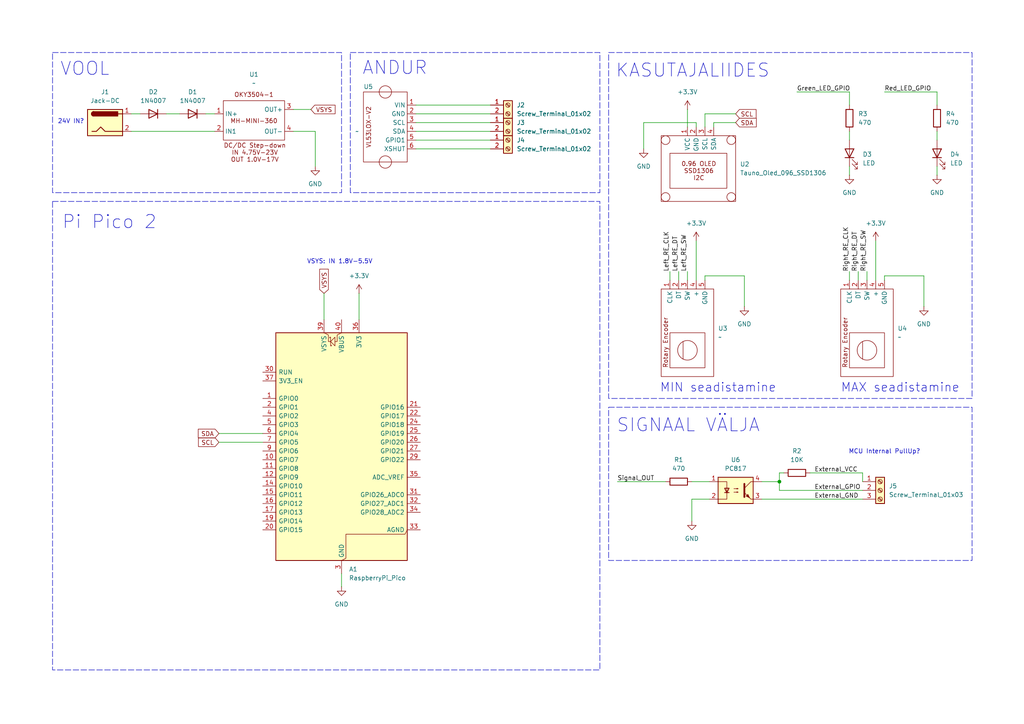
<source format=kicad_sch>
(kicad_sch (version 20250114) (generator "eeschema") (generator_version "9.0")
  (paper "A4")
  (title_block (title "Pi Pico Andur") (date "2025-11-15") (rev "02") (company "Tauno Erik"))
  (lib_symbols
    (symbol "Connector:Jack-DC" (pin_names (offset 1.016))
      (property "Reference" "J" (at 0 5.334 0))
      (property "Value" "Jack-DC" (at 0 -5.08 0))
      (symbol "Jack-DC_0_1"
        (rectangle (start -5.08 3.81) (end 5.08 -3.81) (stroke (width 0.254)) (fill (type background)))
        (polyline (pts (xy -3.81 -2.54) (xy -2.54 -2.54) (xy -1.27 -1.27) (xy 0 -2.54) (xy 2.54 -2.54) (xy 5.08 -2.54)) (stroke (width 0.254)))
        (arc (start -3.302 1.905) (mid -3.9343 2.54) (end -3.302 3.175) (stroke (width 0.254)))
        (arc (start -3.302 1.905) (mid -3.9343 2.54) (end -3.302 3.175) (stroke (width 0.254)) (fill (type outline)))
        (rectangle (start 3.683 3.175) (end -3.302 1.905) (stroke (width 0.254)) (fill (type outline)))
        (polyline (pts (xy 5.08 2.54) (xy 3.81 2.54)) (stroke (width 0.254)))
      )
      (symbol "Jack-DC_1_1"
        (pin passive line (at 7.62 2.54 180) (length 2.54) (name "~") (number "1"))
        (pin passive line (at 7.62 -2.54 180) (length 2.54) (name "~") (number "2"))
      )
    )
    (symbol "Connector:Screw_Terminal_01x02" (pin_names (offset 1.016) (hide yes))
      (property "Reference" "J" (at 0 2.54 0))
      (property "Value" "Screw_Terminal_01x02" (at 0 -5.08 0))
      (symbol "Screw_Terminal_01x02_1_1"
        (rectangle (start -1.27 1.27) (end 1.27 -3.81) (stroke (width 0.254)) (fill (type background)))
        (polyline (pts (xy -0.5334 0.3302) (xy 0.3302 -0.508)) (stroke (width 0.1524)))
        (polyline (pts (xy -0.5334 -2.2098) (xy 0.3302 -3.048)) (stroke (width 0.1524)))
        (polyline (pts (xy -0.3556 0.508) (xy 0.508 -0.3302)) (stroke (width 0.1524)))
        (polyline (pts (xy -0.3556 -2.032) (xy 0.508 -2.8702)) (stroke (width 0.1524)))
        (circle (center 0 0) (radius 0.635) (stroke (width 0.1524)))
        (circle (center 0 -2.54) (radius 0.635) (stroke (width 0.1524)))
        (pin passive line (at -5.08 0 0) (length 3.81) (name "Pin_1") (number "1"))
        (pin passive line (at -5.08 -2.54 0) (length 3.81) (name "Pin_2") (number "2"))
      )
    )
    (symbol "Connector:Screw_Terminal_01x03" (pin_names (offset 1.016) (hide yes))
      (property "Reference" "J" (at 0 5.08 0))
      (property "Value" "Screw_Terminal_01x03" (at 0 -5.08 0))
      (symbol "Screw_Terminal_01x03_1_1"
        (rectangle (start -1.27 3.81) (end 1.27 -3.81) (stroke (width 0.254)) (fill (type background)))
        (polyline (pts (xy -0.5334 2.8702) (xy 0.3302 2.032)) (stroke (width 0.1524)))
        (polyline (pts (xy -0.5334 0.3302) (xy 0.3302 -0.508)) (stroke (width 0.1524)))
        (polyline (pts (xy -0.5334 -2.2098) (xy 0.3302 -3.048)) (stroke (width 0.1524)))
        (polyline (pts (xy -0.3556 3.048) (xy 0.508 2.2098)) (stroke (width 0.1524)))
        (polyline (pts (xy -0.3556 0.508) (xy 0.508 -0.3302)) (stroke (width 0.1524)))
        (polyline (pts (xy -0.3556 -2.032) (xy 0.508 -2.8702)) (stroke (width 0.1524)))
        (circle (center 0 2.54) (radius 0.635) (stroke (width 0.1524)))
        (circle (center 0 0) (radius 0.635) (stroke (width 0.1524)))
        (circle (center 0 -2.54) (radius 0.635) (stroke (width 0.1524)))
        (pin passive line (at -5.08 2.54 0) (length 3.81) (name "Pin_1") (number "1"))
        (pin passive line (at -5.08 0 0) (length 3.81) (name "Pin_2") (number "2"))
        (pin passive line (at -5.08 -2.54 0) (length 3.81) (name "Pin_3") (number "3"))
      )
    )
    (symbol "Device:LED" (pin_numbers (hide yes)) (pin_names (offset 1.016) (hide yes))
      (property "Reference" "D" (at 0 2.54 0))
      (property "Value" "LED" (at 0 -2.54 0))
      (symbol "LED_0_1"
        (polyline (pts (xy -3.048 -0.762) (xy -4.572 -2.286) (xy -3.81 -2.286) (xy -4.572 -2.286) (xy -4.572 -1.524)))
        (polyline (pts (xy -1.778 -0.762) (xy -3.302 -2.286) (xy -2.54 -2.286) (xy -3.302 -2.286) (xy -3.302 -1.524)))
        (polyline (pts (xy -1.27 0) (xy 1.27 0)))
        (polyline (pts (xy -1.27 -1.27) (xy -1.27 1.27)) (stroke (width 0.254)))
        (polyline (pts (xy 1.27 -1.27) (xy 1.27 1.27) (xy -1.27 0) (xy 1.27 -1.27)) (stroke (width 0.254)))
      )
      (symbol "LED_1_1"
        (pin passive line (at -3.81 0 0) (length 2.54) (name "K") (number "1"))
        (pin passive line (at 3.81 0 180) (length 2.54) (name "A") (number "2"))
      )
    )
    (symbol "Device:R" (pin_numbers (hide yes)) (pin_names (offset 0))
      (property "Reference" "R" (at 2.032 0 90))
      (property "Value" "R" (at 0 0 90))
      (symbol "R_0_1"
        (rectangle (start -1.016 -2.54) (end 1.016 2.54) (stroke (width 0.254)))
      )
      (symbol "R_1_1"
        (pin passive line (at 0 3.81 270) (length 1.27) (name "~") (number "1"))
        (pin passive line (at 0 -3.81 90) (length 1.27) (name "~") (number "2"))
      )
    )
    (symbol "Diode:1N4007" (pin_numbers (hide yes)) (pin_names (hide yes))
      (property "Reference" "D" (at 0 2.54 0))
      (property "Value" "1N4007" (at 0 -2.54 0))
      (symbol "1N4007_0_1"
        (polyline (pts (xy -1.27 1.27) (xy -1.27 -1.27)) (stroke (width 0.254)))
        (polyline (pts (xy 1.27 1.27) (xy 1.27 -1.27) (xy -1.27 0) (xy 1.27 1.27)) (stroke (width 0.254)))
        (polyline (pts (xy 1.27 0) (xy -1.27 0)))
      )
      (symbol "1N4007_1_1"
        (pin passive line (at -3.81 0 0) (length 2.54) (name "K") (number "1"))
        (pin passive line (at 3.81 0 180) (length 2.54) (name "A") (number "2"))
      )
    )
    (symbol "Isolator:PC817" (pin_names (offset 1.016))
      (property "Reference" "U" (at -5.08 5.08 0))
      (property "Value" "PC817" (at 0 5.08 0))
      (symbol "PC817_0_1"
        (rectangle (start -5.08 3.81) (end 5.08 -3.81) (stroke (width 0.254)) (fill (type background)))
        (polyline (pts (xy -5.08 2.54) (xy -2.54 2.54) (xy -2.54 -0.635)))
        (polyline (pts (xy -3.175 -0.635) (xy -1.905 -0.635)) (stroke (width 0.254)))
        (polyline (pts (xy -2.54 -0.635) (xy -2.54 -2.54) (xy -5.08 -2.54)))
        (polyline (pts (xy -2.54 -0.635) (xy -3.175 0.635) (xy -1.905 0.635) (xy -2.54 -0.635)) (stroke (width 0.254)))
        (polyline (pts (xy -0.508 0.508) (xy 0.762 0.508) (xy 0.381 0.381) (xy 0.381 0.635) (xy 0.762 0.508)))
        (polyline (pts (xy -0.508 -0.508) (xy 0.762 -0.508) (xy 0.381 -0.635) (xy 0.381 -0.381) (xy 0.762 -0.508)))
        (polyline (pts (xy 2.54 1.905) (xy 2.54 -1.905)) (stroke (width 0.508)))
        (polyline (pts (xy 2.54 0.635) (xy 4.445 2.54)))
        (polyline (pts (xy 3.048 -1.651) (xy 3.556 -1.143) (xy 4.064 -2.159) (xy 3.048 -1.651)) (fill (type outline)))
        (polyline (pts (xy 4.445 2.54) (xy 5.08 2.54)))
        (polyline (pts (xy 4.445 -2.54) (xy 2.54 -0.635)) (fill (type outline)))
        (polyline (pts (xy 4.445 -2.54) (xy 5.08 -2.54)))
      )
      (symbol "PC817_1_1"
        (pin passive line (at -7.62 2.54 0) (length 2.54) (name "~") (number "1"))
        (pin passive line (at -7.62 -2.54 0) (length 2.54) (name "~") (number "2"))
        (pin passive line (at 7.62 2.54 180) (length 2.54) (name "~") (number "4"))
        (pin passive line (at 7.62 -2.54 180) (length 2.54) (name "~") (number "3"))
      )
    )
    (symbol "MCU_Module:RaspberryPi_Pico" (pin_names (offset 0.762))
      (property "Reference" "A" (at -19.05 35.56 0))
      (property "Value" "RaspberryPi_Pico" (at 7.62 35.56 0))
      (symbol "RaspberryPi_Pico_0_1"
        (rectangle (start -19.05 34.29) (end 19.05 -31.75) (stroke (width 0.254)) (fill (type background)))
        (polyline (pts (xy -5.08 34.29) (xy -3.81 33.655) (xy -3.81 31.75) (xy -3.175 31.75)))
        (polyline (pts (xy -3.429 32.766) (xy -3.429 33.02) (xy -3.175 33.02) (xy -3.175 30.48) (xy -2.921 30.48) (xy -2.921 30.734)))
        (polyline (pts (xy -3.175 31.75) (xy -1.905 33.02) (xy -1.905 30.48) (xy -3.175 31.75)))
        (polyline (pts (xy 0 34.29) (xy -1.27 33.655) (xy -1.27 31.75) (xy -1.905 31.75)))
        (polyline (pts (xy 0 -31.75) (xy 1.27 -31.115) (xy 1.27 -24.13) (xy 18.415 -24.13) (xy 19.05 -22.86)))
      )
      (symbol "RaspberryPi_Pico_1_1"
        (pin passive line (at -22.86 22.86 0) (length 3.81) (name "RUN") (number "30"))
        (pin passive line (at -22.86 20.32 0) (length 3.81) (name "3V3_EN") (number "37"))
        (pin bidirectional line (at -22.86 15.24 0) (length 3.81) (name "GPIO0") (number "1"))
        (pin bidirectional line (at -22.86 12.7 0) (length 3.81) (name "GPIO1") (number "2"))
        (pin bidirectional line (at -22.86 10.16 0) (length 3.81) (name "GPIO2") (number "4"))
        (pin bidirectional line (at -22.86 7.62 0) (length 3.81) (name "GPIO3") (number "5"))
        (pin bidirectional line (at -22.86 5.08 0) (length 3.81) (name "GPIO4") (number "6"))
        (pin bidirectional line (at -22.86 2.54 0) (length 3.81) (name "GPIO5") (number "7"))
        (pin bidirectional line (at -22.86 0 0) (length 3.81) (name "GPIO6") (number "9"))
        (pin bidirectional line (at -22.86 -2.54 0) (length 3.81) (name "GPIO7") (number "10"))
        (pin bidirectional line (at -22.86 -5.08 0) (length 3.81) (name "GPIO8") (number "11"))
        (pin bidirectional line (at -22.86 -7.62 0) (length 3.81) (name "GPIO9") (number "12"))
        (pin bidirectional line (at -22.86 -10.16 0) (length 3.81) (name "GPIO10") (number "14"))
        (pin bidirectional line (at -22.86 -12.7 0) (length 3.81) (name "GPIO11") (number "15"))
        (pin bidirectional line (at -22.86 -15.24 0) (length 3.81) (name "GPIO12") (number "16"))
        (pin bidirectional line (at -22.86 -17.78 0) (length 3.81) (name "GPIO13") (number "17"))
        (pin bidirectional line (at -22.86 -20.32 0) (length 3.81) (name "GPIO14") (number "19"))
        (pin bidirectional line (at -22.86 -22.86 0) (length 3.81) (name "GPIO15") (number "20"))
        (pin power_in line (at -5.08 38.1 270) (length 3.81) (name "VSYS") (number "39"))
        (pin power_out line (at 0 38.1 270) (length 3.81) (name "VBUS") (number "40"))
        (pin passive line (at 0 -35.56 90) (length 3.81) (hide yes) (name "GND") (number "13"))
        (pin passive line (at 0 -35.56 90) (length 3.81) (hide yes) (name "GND") (number "18"))
        (pin passive line (at 0 -35.56 90) (length 3.81) (hide yes) (name "GND") (number "23"))
        (pin passive line (at 0 -35.56 90) (length 3.81) (hide yes) (name "GND") (number "28"))
        (pin power_out line (at 0 -35.56 90) (length 3.81) (name "GND") (number "3"))
        (pin passive line (at 0 -35.56 90) (length 3.81) (hide yes) (name "GND") (number "38"))
        (pin passive line (at 0 -35.56 90) (length 3.81) (hide yes) (name "GND") (number "8"))
        (pin power_out line (at 5.08 38.1 270) (length 3.81) (name "3V3") (number "36"))
        (pin bidirectional line (at 22.86 12.7 180) (length 3.81) (name "GPIO16") (number "21"))
        (pin bidirectional line (at 22.86 10.16 180) (length 3.81) (name "GPIO17") (number "22"))
        (pin bidirectional line (at 22.86 7.62 180) (length 3.81) (name "GPIO18") (number "24"))
        (pin bidirectional line (at 22.86 5.08 180) (length 3.81) (name "GPIO19") (number "25"))
        (pin bidirectional line (at 22.86 2.54 180) (length 3.81) (name "GPIO20") (number "26"))
        (pin bidirectional line (at 22.86 0 180) (length 3.81) (name "GPIO21") (number "27"))
        (pin bidirectional line (at 22.86 -2.54 180) (length 3.81) (name "GPIO22") (number "29"))
        (pin power_in line (at 22.86 -7.62 180) (length 3.81) (name "ADC_VREF") (number "35"))
        (pin bidirectional line (at 22.86 -12.7 180) (length 3.81) (name "GPIO26_ADC0") (number "31"))
        (pin bidirectional line (at 22.86 -15.24 180) (length 3.81) (name "GPIO27_ADC1") (number "32"))
        (pin bidirectional line (at 22.86 -17.78 180) (length 3.81) (name "GPIO28_ADC2") (number "34"))
        (pin power_out line (at 22.86 -22.86 180) (length 3.81) (name "AGND") (number "33"))
      )
    )
    (symbol "Tauno_Library:Tauno_OKY3504-1"
      (property "Reference" "U" (at -10.16 6.35 0))
      (symbol "Tauno_OKY3504-1_0_1"
        (rectangle (start -7.62 6.35) (end 10.16 -5.08))
      )
      (symbol "Tauno_OKY3504-1_1_1"
        (text "OKY3504-1" (at 1.27 8.128 0) (effects (font (size 1.27 1.27))))
        (text "MH-MINI-360" (at 1.27 0.508 0) (effects (font (size 1.27 1.27))))
        (text "DC/DC Step-down\nIN 4.75V-23V\nOUT 1.0V-17V" (at 1.524 -8.636 0) (effects (font (size 1.27 1.27))))
        (pin power_in line (at -10.16 2.54 0) (length 2.54) (name "IN+") (number "1"))
        (pin power_in line (at -10.16 -2.54 0) (length 2.54) (name "IN1") (number "2"))
        (pin power_out line (at 12.7 3.81 180) (length 2.54) (name "OUT+") (number "3"))
        (pin power_out line (at 12.7 -2.54 180) (length 2.54) (name "OUT-") (number "4"))
      )
    )
    (symbol "Tauno_Library:Tauno_Oled_096_SSD1306"
      (property "Reference" "U" (at -10.16 13.97 0))
      (property "Value" "Tauno_Oled_096_SSD1306" (at -12.954 12.192 0))
      (symbol "Tauno_Oled_096_SSD1306_0_1"
        (rectangle (start -10.16 8.89) (end 11.43 -10.16))
        (circle (center -8.89 7.62) (radius 1.27))
        (circle (center -8.89 -8.89) (radius 1.27))
        (rectangle (start -7.62 3.81) (end 8.89 -6.35))
        (circle (center 10.16 7.62) (radius 1.27))
        (circle (center 10.16 -8.89) (radius 1.27))
      )
      (symbol "Tauno_Oled_096_SSD1306_1_1"
        (text "0.96 OLED\nSSD1306\nI2C" (at 0.762 -1.27 0) (effects (font (size 1.27 1.27))))
        (pin power_in line (at -2.54 11.43 270) (length 2.54) (name "VCC") (number "1"))
        (pin power_in line (at 0 11.43 270) (length 2.54) (name "GND") (number "2"))
        (pin input line (at 2.54 11.43 270) (length 2.54) (name "SCL") (number "3"))
        (pin input line (at 5.08 11.43 270) (length 2.54) (name "SDA") (number "4"))
      )
    )
    (symbol "Tauno_Library:Tauno_Rotary_Encoder"
      (property "Reference" "U" (at 10.16 10.16 0))
      (symbol "Tauno_Rotary_Encoder_0_1"
        (rectangle (start -12.7 5.08) (end -2.54 -5.08))
        (polyline (pts (xy -10.16 1.27) (xy -5.08 1.27)))
        (circle (center -7.62 0) (radius 2.8398))
        (rectangle (start 10.16 7.62) (end -15.24 -7.62))
      )
      (symbol "Tauno_Rotary_Encoder_1_1"
        (text "Rotary Encoder" (at -5.334 6.35 0) (effects (font (size 1.27 1.27))))
        (pin input line (at 12.7 5.08 180) (length 2.54) (name "CLK") (number "1"))
        (pin input line (at 12.7 2.54 180) (length 2.54) (name "DT") (number "2"))
        (pin input line (at 12.7 0 180) (length 2.54) (name "SW") (number "3"))
        (pin input line (at 12.7 -2.54 180) (length 2.54) (name "+") (number "4"))
        (pin input line (at 12.7 -5.08 180) (length 2.54) (name "GND") (number "5"))
      )
    )
    (symbol "Tauno_Library:Tauno_TOF_VL53LOX"
      (property "Reference" "U" (at -8.382 12.192 0))
      (symbol "Tauno_TOF_VL53LOX_0_1"
        (rectangle (start -6.35 10.16) (end 6.35 -10.16))
        (circle (center 0 10.16) (radius 1.7961))
        (circle (center 0 -10.16) (radius 1.7961))
      )
      (symbol "Tauno_TOF_VL53LOX_1_1"
        (text "VL53LOX-V2" (at 4.826 0 900) (effects (font (size 1.27 1.27))))
        (pin power_in line (at -8.89 6.35 0) (length 2.54) (name "VIN") (number "1"))
        (pin power_in line (at -8.89 3.81 0) (length 2.54) (name "GND") (number "2"))
        (pin input line (at -8.89 1.27 0) (length 2.54) (name "SCL") (number "3"))
        (pin input line (at -8.89 -1.27 0) (length 2.54) (name "SDA") (number "4"))
        (pin input line (at -8.89 -3.81 0) (length 2.54) (name "GPIO1") (number "5"))
        (pin input line (at -8.89 -6.35 0) (length 2.54) (name "XSHUT") (number "6"))
      )
    )
    (symbol "power:+3.3V" (power) (pin_numbers (hide yes)) (pin_names (offset 0) (hide yes))
      (property "Value" "+3.3V" (at 0 3.556 0))
      (symbol "+3.3V_0_1"
        (polyline (pts (xy -0.762 1.27) (xy 0 2.54)))
        (polyline (pts (xy 0 2.54) (xy 0.762 1.27)))
        (polyline (pts (xy 0 0) (xy 0 2.54)))
      )
      (symbol "+3.3V_1_1"
        (pin power_in line (at 0 0 90) (length 0) (name "~") (number "1"))
      )
    )
    (symbol "power:GND" (power) (pin_numbers (hide yes)) (pin_names (offset 0) (hide yes))
      (property "Value" "GND" (at 0 -3.81 0))
      (symbol "GND_0_1"
        (polyline (pts (xy 0 0) (xy 0 -1.27) (xy 1.27 -1.27) (xy 0 -2.54) (xy -1.27 -1.27) (xy 0 -1.27)))
      )
      (symbol "GND_1_1"
        (pin power_in line (at 0 0 270) (length 0) (name "~") (number "1"))
      )
    )
  )
  (rectangle (start 15.24 58.42) (end 173.99 194.31) (stroke (width 0) (type dash)))
  (rectangle (start 176.53 118.11) (end 281.94 162.56) (stroke (width 0) (type dash)))
  (rectangle (start 176.53 15.24) (end 281.94 115.57) (stroke (width 0) (type dash)))
  (rectangle (start 15.24 15.24) (end 99.06 55.88) (stroke (width 0) (type dash)))
  (rectangle (start 101.6 15.24) (end 173.99 55.88) (stroke (width 0) (type dash)))
  (text "KASUTAJALIIDES" (at 200.914 20.574 0) (effects (font (size 3.81 3.81))))
  (text "MAX seadistamine" (at 261.112 112.522 0) (effects (font (size 2.54 2.54))))
  (text "VOOL" (at 24.638 20.066 0) (effects (font (size 3.81 3.81))))
  (text "ANDUR" (at 114.554 19.812 0) (effects (font (size 3.81 3.81))))
  (text "VSYS: IN 1.8V-5.5V" (at 98.552 75.946 0) (effects (font (size 1.27 1.27))))
  (text "Pi Pico 2" (at 31.75 64.516 0) (effects (font (size 3.81 3.81))))
  (text "SIGNAAL VÄLJA" (at 199.644 123.444 0) (effects (font (size 3.81 3.81))))
  (text "MCU Internal PullUp?" (at 256.54 131.064 0) (effects (font (size 1.27 1.27))))
  (text "24V IN?" (at 20.574 35.306 0) (effects (font (size 1.27 1.27))))
  (text "MIN seadistamine" (at 208.28 112.522 0) (effects (font (size 2.54 2.54))))
  (junction (at 226.06 139.7))
  (wire (pts (xy 93.98 85.09) (xy 93.98 92.71)))
  (wire (pts (xy 246.38 26.67) (xy 246.38 30.48)))
  (wire (pts (xy 207.01 35.56) (xy 207.01 36.83)))
  (wire (pts (xy 186.69 35.56) (xy 186.69 43.18)))
  (wire (pts (xy 254 69.85) (xy 254 81.28)))
  (wire (pts (xy 48.26 33.02) (xy 52.07 33.02)))
  (wire (pts (xy 226.06 137.16) (xy 226.06 139.7)))
  (wire (pts (xy 215.9 80.01) (xy 215.9 88.9)))
  (wire (pts (xy 246.38 38.1) (xy 246.38 40.64)))
  (wire (pts (xy 256.54 81.28) (xy 256.54 80.01)))
  (wire (pts (xy 226.06 139.7) (xy 226.06 142.24)))
  (wire (pts (xy 99.06 166.37) (xy 99.06 170.18)))
  (wire (pts (xy 142.24 38.1) (xy 120.65 38.1)))
  (wire (pts (xy 250.19 137.16) (xy 250.19 139.7)))
  (wire (pts (xy 227.33 137.16) (xy 226.06 137.16)))
  (wire (pts (xy 204.47 81.28) (xy 204.47 80.01)))
  (wire (pts (xy 246.38 78.74) (xy 246.38 81.28)))
  (wire (pts (xy 196.85 78.74) (xy 196.85 81.28)))
  (wire (pts (xy 91.44 38.1) (xy 91.44 48.26)))
  (wire (pts (xy 234.95 137.16) (xy 250.19 137.16)))
  (wire (pts (xy 199.39 78.74) (xy 199.39 81.28)))
  (wire (pts (xy 204.47 80.01) (xy 215.9 80.01)))
  (wire (pts (xy 231.14 26.67) (xy 246.38 26.67)))
  (wire (pts (xy 38.1 33.02) (xy 40.64 33.02)))
  (wire (pts (xy 104.14 85.09) (xy 104.14 92.71)))
  (wire (pts (xy 220.98 144.78) (xy 250.19 144.78)))
  (wire (pts (xy 248.92 78.74) (xy 248.92 81.28)))
  (wire (pts (xy 213.36 35.56) (xy 207.01 35.56)))
  (wire (pts (xy 142.24 30.48) (xy 120.65 30.48)))
  (wire (pts (xy 251.46 78.74) (xy 251.46 81.28)))
  (wire (pts (xy 271.78 48.26) (xy 271.78 50.8)))
  (wire (pts (xy 201.93 69.85) (xy 201.93 81.28)))
  (wire (pts (xy 63.5 128.27) (xy 76.2 128.27)))
  (wire (pts (xy 271.78 26.67) (xy 271.78 30.48)))
  (wire (pts (xy 201.93 36.83) (xy 201.93 35.56)))
  (wire (pts (xy 142.24 35.56) (xy 120.65 35.56)))
  (wire (pts (xy 85.09 31.75) (xy 90.17 31.75)))
  (wire (pts (xy 204.47 33.02) (xy 204.47 36.83)))
  (wire (pts (xy 142.24 33.02) (xy 120.65 33.02)))
  (wire (pts (xy 246.38 48.26) (xy 246.38 50.8)))
  (wire (pts (xy 200.66 139.7) (xy 205.74 139.7)))
  (wire (pts (xy 179.07 139.7) (xy 193.04 139.7)))
  (wire (pts (xy 142.24 40.64) (xy 120.65 40.64)))
  (wire (pts (xy 267.97 80.01) (xy 267.97 88.9)))
  (wire (pts (xy 256.54 26.67) (xy 271.78 26.67)))
  (wire (pts (xy 38.1 38.1) (xy 62.23 38.1)))
  (wire (pts (xy 226.06 142.24) (xy 250.19 142.24)))
  (wire (pts (xy 200.66 144.78) (xy 200.66 151.13)))
  (wire (pts (xy 201.93 35.56) (xy 186.69 35.56)))
  (wire (pts (xy 271.78 38.1) (xy 271.78 40.64)))
  (wire (pts (xy 142.24 43.18) (xy 120.65 43.18)))
  (wire (pts (xy 213.36 33.02) (xy 204.47 33.02)))
  (wire (pts (xy 63.5 125.73) (xy 76.2 125.73)))
  (wire (pts (xy 194.31 78.74) (xy 194.31 81.28)))
  (wire (pts (xy 205.74 144.78) (xy 200.66 144.78)))
  (wire (pts (xy 59.69 33.02) (xy 62.23 33.02)))
  (wire (pts (xy 199.39 31.75) (xy 199.39 36.83)))
  (wire (pts (xy 256.54 80.01) (xy 267.97 80.01)))
  (wire (pts (xy 220.98 139.7) (xy 226.06 139.7)))
  (wire (pts (xy 85.09 38.1) (xy 91.44 38.1)))
  (label "Right_RE_DT" (at 248.92 78.74 90))
  (label "Red_LED_GPIO" (at 256.54 26.67 0))
  (label "Right_RE_SW" (at 251.46 78.74 90))
  (label "External_GND" (at 236.22 144.78 0))
  (label "Right_RE_CLK" (at 246.38 78.74 90))
  (label "External_GPIO" (at 236.22 142.24 0))
  (label "Left_RE_SW" (at 199.39 78.74 90))
  (label "External_VCC" (at 236.22 137.16 0))
  (label "Signal_OUT" (at 179.07 139.7 0))
  (label "Left_RE_CLK" (at 194.31 78.74 90))
  (label "Left_RE_DT" (at 196.85 78.74 90))
  (label "Green_LED_GPIO" (at 231.14 26.67 0))
  (global_label "VSYS" (shape input) (at 90.17 31.75 0) (property "Intersheetrefs" "${INTERSHEET_REFS}" (effects (hide yes))))
  (global_label "SCL" (shape input) (at 63.5 128.27 180) (property "Intersheetrefs" "${INTERSHEET_REFS}" (effects (hide yes))))
  (global_label "SDA" (shape input) (at 63.5 125.73 180) (property "Intersheetrefs" "${INTERSHEET_REFS}" (effects (hide yes))))
  (global_label "VSYS" (shape input) (at 93.98 85.09 90) (property "Intersheetrefs" "${INTERSHEET_REFS}" (effects (hide yes))))
  (global_label "SDA" (shape input) (at 213.36 35.56 0) (property "Intersheetrefs" "${INTERSHEET_REFS}" (effects (hide yes))))
  (global_label "SCL" (shape input) (at 213.36 33.02 0) (property "Intersheetrefs" "${INTERSHEET_REFS}" (effects (hide yes))))
  (symbol (lib_id "Device:R") (at 196.85 139.7 90) (unit 1)
    (property "Reference" "R1" (at 196.85 133.35 90))
    (property "Value" "470" (at 196.85 135.89 90))
    (property "Description" "Resistor" (effects (hide yes)))
  )
  (symbol (lib_id "Tauno_Library:Tauno_Oled_096_SSD1306") (at 201.93 48.26 0) (unit 1)
    (property "Reference" "U2" (at 214.63 47.6249 0) (effects (justify left)))
    (property "Value" "Tauno_Oled_096_SSD1306" (at 214.63 50.1649 0) (effects (justify left)))
    (property "Footprint" "Taunoe_footprints:Tauno_OLED_ssd1306" (effects (hide yes)))
    (property "Description" "Tauno_Oled_096_SSD1306" (effects (hide yes)))
  )
  (symbol (lib_id "Tauno_Library:Tauno_Rotary_Encoder") (at 199.39 93.98 90) (unit 1)
    (property "Reference" "U3" (at 208.28 95.2499 90) (effects (justify right)))
    (property "Value" "~" (at 208.28 97.7899 90) (effects (justify right)))
  )
  (symbol (lib_id "Device:R") (at 271.78 34.29 180) (unit 1)
    (property "Reference" "R4" (at 274.32 33.0199 0) (effects (justify right)))
    (property "Value" "470" (at 274.32 35.5599 0) (effects (justify right)))
    (property "Description" "Resistor" (effects (hide yes)))
  )
  (symbol (lib_id "power:GND") (at 99.06 170.18 0) (unit 1)
    (property "Reference" "#PWR09" (effects (hide yes)))
    (property "Value" "GND" (at 99.06 175.26 0))
    (property "Description" "Power symbol creates a global label with name \"GND\" , ground" (effects (hide yes)))
  )
  (symbol (lib_id "Diode:1N4007") (at 44.45 33.02 0) (mirror y) (unit 1)
    (property "Reference" "D2" (at 44.45 26.67 0))
    (property "Value" "1N4007" (at 44.45 29.21 0))
    (property "Footprint" "Diode_THT:D_DO-41_SOD81_P10.16mm_Horizontal" (effects (hide yes)))
    (property "Datasheet" "http://www.vishay.com/docs/88503/1n4001.pdf" (effects (hide yes)))
    (property "Description" "1000V 1A General Purpose Rectifier Diode, DO-41" (effects (hide yes)))
    (property "Sim.Device" "D" (effects (hide yes)))
    (property "Sim.Pins" "1=K 2=A" (effects (hide yes)))
  )
  (symbol (lib_id "Tauno_Library:Tauno_Rotary_Encoder") (at 251.46 93.98 90) (unit 1)
    (property "Reference" "U4" (at 260.35 95.2499 90) (effects (justify right)))
    (property "Value" "~" (at 260.35 97.7899 90) (effects (justify right)))
  )
  (symbol (lib_id "Device:R") (at 231.14 137.16 90) (unit 1)
    (property "Reference" "R2" (at 231.14 130.81 90))
    (property "Value" "10K" (at 231.14 133.35 90))
    (property "Description" "Resistor" (effects (hide yes)))
  )
  (symbol (lib_id "power:+3.3V") (at 104.14 85.09 0) (unit 1)
    (property "Reference" "#PWR02" (effects (hide yes)))
    (property "Value" "+3.3V" (at 104.14 80.01 0))
    (property "Description" "Power symbol creates a global label with name \"+3.3V\"" (effects (hide yes)))
  )
  (symbol (lib_id "Connector:Screw_Terminal_01x03") (at 255.27 142.24 0) (unit 1)
    (property "Reference" "J5" (at 257.81 140.9699 0) (effects (justify left)))
    (property "Value" "Screw_Terminal_01x03" (at 257.81 143.5099 0) (effects (justify left)))
    (property "Description" "Generic screw terminal, single row, 01x03, script generated (kicad-library-utils/schlib/autogen/connector/)" (effects (hide yes)))
  )
  (symbol (lib_id "Tauno_Library:Tauno_OKY3504-1") (at 72.39 35.56 0) (unit 1)
    (property "Reference" "U1" (at 73.66 21.59 0))
    (property "Value" "~" (at 73.66 24.13 0))
  )
  (symbol (lib_id "power:GND") (at 186.69 43.18 0) (unit 1)
    (property "Reference" "#PWR04" (effects (hide yes)))
    (property "Value" "GND" (at 186.69 48.26 0))
    (property "Description" "Power symbol creates a global label with name \"GND\" , ground" (effects (hide yes)))
  )
  (symbol (lib_id "Connector:Screw_Terminal_01x02") (at 147.32 30.48 0) (unit 1)
    (property "Reference" "J2" (at 149.86 30.4799 0) (effects (justify left)))
    (property "Value" "Screw_Terminal_01x02" (at 149.86 33.0199 0) (effects (justify left)))
    (property "Footprint" "TerminalBlock:TerminalBlock_MaiXu_MX126-5.0-02P_1x02_P5.00mm" (effects (hide yes)))
    (property "Description" "Generic screw terminal, single row, 01x02, script generated (kicad-library-utils/schlib/autogen/connector/)" (effects (hide yes)))
  )
  (symbol (lib_id "MCU_Module:RaspberryPi_Pico") (at 99.06 130.81 0) (unit 1)
    (property "Reference" "A1" (at 101.2033 165.1 0) (effects (justify left)))
    (property "Value" "RaspberryPi_Pico" (at 101.2033 167.64 0) (effects (justify left)))
    (property "Footprint" "Module:RaspberryPi_Pico_Common_SMD" (effects (hide yes)))
    (property "Datasheet" "https://datasheets.raspberrypi.com/pico/pico-datasheet.pdf" (effects (hide yes)))
    (property "Description" "Versatile and inexpensive microcontroller module powered by RP2040 dual-core Arm Cortex-M0+ processor up to 133 MHz, 264kB SRAM, 2MB QSPI flash; also supports Raspberry Pi Pico 2" (effects (hide yes)))
  )
  (symbol (lib_id "Device:LED") (at 246.38 44.45 90) (unit 1)
    (property "Reference" "D3" (at 250.19 44.7674 90) (effects (justify right)))
    (property "Value" "LED" (at 250.19 47.3074 90) (effects (justify right)))
    (property "Description" "Light emitting diode" (effects (hide yes)))
    (property "Sim.Pins" "1=K 2=A" (effects (hide yes)))
  )
  (symbol (lib_id "power:GND") (at 267.97 88.9 0) (unit 1)
    (property "Reference" "#PWR08" (effects (hide yes)))
    (property "Value" "GND" (at 267.97 93.98 0))
    (property "Description" "Power symbol creates a global label with name \"GND\" , ground" (effects (hide yes)))
  )
  (symbol (lib_id "Isolator:PC817") (at 213.36 142.24 0) (unit 1)
    (property "Reference" "U6" (at 213.36 133.35 0))
    (property "Value" "PC817" (at 213.36 135.89 0))
    (property "Footprint" "Package_DIP:DIP-4_W7.62mm" (effects (hide yes)))
    (property "Datasheet" "http://www.soselectronic.cz/a_info/resource/d/pc817.pdf" (effects (hide yes)))
    (property "Description" "DC Optocoupler, Vce 35V, CTR 50-300%, DIP-4" (effects (hide yes)))
  )
  (symbol (lib_id "power:+3.3V") (at 254 69.85 0) (unit 1)
    (property "Reference" "#PWR07" (effects (hide yes)))
    (property "Value" "+3.3V" (at 254 64.77 0))
    (property "Description" "Power symbol creates a global label with name \"+3.3V\"" (effects (hide yes)))
  )
  (symbol (lib_id "power:GND") (at 91.44 48.26 0) (unit 1)
    (property "Reference" "#PWR01" (effects (hide yes)))
    (property "Value" "GND" (at 91.44 53.34 0))
    (property "Description" "Power symbol creates a global label with name \"GND\" , ground" (effects (hide yes)))
  )
  (symbol (lib_id "power:GND") (at 200.66 151.13 0) (unit 1)
    (property "Reference" "#PWR010" (effects (hide yes)))
    (property "Value" "GND" (at 200.66 156.21 0))
    (property "Description" "Power symbol creates a global label with name \"GND\" , ground" (effects (hide yes)))
  )
  (symbol (lib_id "Connector:Screw_Terminal_01x02") (at 147.32 40.64 0) (unit 1)
    (property "Reference" "J4" (at 149.86 40.6399 0) (effects (justify left)))
    (property "Value" "Screw_Terminal_01x02" (at 149.86 43.1799 0) (effects (justify left)))
    (property "Footprint" "TerminalBlock:TerminalBlock_MaiXu_MX126-5.0-02P_1x02_P5.00mm" (effects (hide yes)))
    (property "Description" "Generic screw terminal, single row, 01x02, script generated (kicad-library-utils/schlib/autogen/connector/)" (effects (hide yes)))
  )
  (symbol (lib_id "power:GND") (at 271.78 50.8 0) (unit 1)
    (property "Reference" "#PWR012" (effects (hide yes)))
    (property "Value" "GND" (at 271.78 55.88 0))
    (property "Description" "Power symbol creates a global label with name \"GND\" , ground" (effects (hide yes)))
  )
  (symbol (lib_id "Device:R") (at 246.38 34.29 180) (unit 1)
    (property "Reference" "R3" (at 248.92 33.0199 0) (effects (justify right)))
    (property "Value" "470" (at 248.92 35.5599 0) (effects (justify right)))
    (property "Description" "Resistor" (effects (hide yes)))
  )
  (symbol (lib_id "Connector:Jack-DC") (at 30.48 35.56 0) (unit 1)
    (property "Reference" "J1" (at 30.48 26.67 0))
    (property "Value" "Jack-DC" (at 30.48 29.21 0))
    (property "Description" "DC Barrel Jack" (effects (hide yes)))
  )
  (symbol (lib_id "Diode:1N4007") (at 55.88 33.02 0) (mirror y) (unit 1)
    (property "Reference" "D1" (at 55.88 26.67 0))
    (property "Value" "1N4007" (at 55.88 29.21 0))
    (property "Footprint" "Diode_THT:D_DO-41_SOD81_P10.16mm_Horizontal" (effects (hide yes)))
    (property "Datasheet" "http://www.vishay.com/docs/88503/1n4001.pdf" (effects (hide yes)))
    (property "Description" "1000V 1A General Purpose Rectifier Diode, DO-41" (effects (hide yes)))
    (property "Sim.Device" "D" (effects (hide yes)))
    (property "Sim.Pins" "1=K 2=A" (effects (hide yes)))
  )
  (symbol (lib_id "Device:LED") (at 271.78 44.45 90) (unit 1)
    (property "Reference" "D4" (at 275.59 44.7674 90) (effects (justify right)))
    (property "Value" "LED" (at 275.59 47.3074 90) (effects (justify right)))
    (property "Description" "Light emitting diode" (effects (hide yes)))
    (property "Sim.Pins" "1=K 2=A" (effects (hide yes)))
  )
  (symbol (lib_id "power:+3.3V") (at 201.93 69.85 0) (unit 1)
    (property "Reference" "#PWR06" (effects (hide yes)))
    (property "Value" "+3.3V" (at 201.93 64.77 0))
    (property "Description" "Power symbol creates a global label with name \"+3.3V\"" (effects (hide yes)))
  )
  (symbol (lib_id "power:+3.3V") (at 199.39 31.75 0) (unit 1)
    (property "Reference" "#PWR03" (effects (hide yes)))
    (property "Value" "+3.3V" (at 199.39 26.67 0))
    (property "Description" "Power symbol creates a global label with name \"+3.3V\"" (effects (hide yes)))
  )
  (symbol (lib_id "power:GND") (at 215.9 88.9 0) (unit 1)
    (property "Reference" "#PWR05" (effects (hide yes)))
    (property "Value" "GND" (at 215.9 93.98 0))
    (property "Description" "Power symbol creates a global label with name \"GND\" , ground" (effects (hide yes)))
  )
  (symbol (lib_id "Tauno_Library:Tauno_TOF_VL53LOX") (at 111.76 36.83 0) (mirror y) (unit 1)
    (property "Reference" "U5" (at 108.204 25.146 0) (effects (justify left)))
    (property "Value" "~" (at 104.14 38.0999 0) (effects (justify left)))
  )
  (symbol (lib_id "power:GND") (at 246.38 50.8 0) (unit 1)
    (property "Reference" "#PWR011" (effects (hide yes)))
    (property "Value" "GND" (at 246.38 55.88 0))
    (property "Description" "Power symbol creates a global label with name \"GND\" , ground" (effects (hide yes)))
  )
  (symbol (lib_id "Connector:Screw_Terminal_01x02") (at 147.32 35.56 0) (unit 1)
    (property "Reference" "J3" (at 149.86 35.5599 0) (effects (justify left)))
    (property "Value" "Screw_Terminal_01x02" (at 149.86 38.0999 0) (effects (justify left)))
    (property "Footprint" "TerminalBlock:TerminalBlock_MaiXu_MX126-5.0-02P_1x02_P5.00mm" (effects (hide yes)))
    (property "Description" "Generic screw terminal, single row, 01x02, script generated (kicad-library-utils/schlib/autogen/connector/)" (effects (hide yes)))
  )
)
</source>
